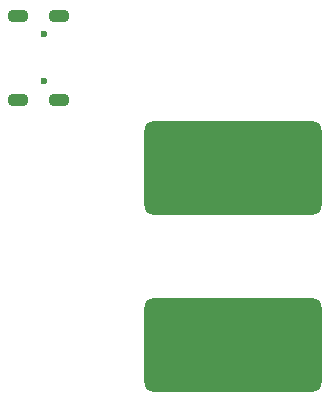
<source format=gbr>
%TF.GenerationSoftware,KiCad,Pcbnew,7.0.10*%
%TF.CreationDate,2024-01-15T16:35:47+11:00*%
%TF.ProjectId,cphp82001-pcb,63706870-3832-4303-9031-2d7063622e6b,3.1*%
%TF.SameCoordinates,Original*%
%TF.FileFunction,Soldermask,Bot*%
%TF.FilePolarity,Negative*%
%FSLAX46Y46*%
G04 Gerber Fmt 4.6, Leading zero omitted, Abs format (unit mm)*
G04 Created by KiCad (PCBNEW 7.0.10) date 2024-01-15 16:35:47*
%MOMM*%
%LPD*%
G01*
G04 APERTURE LIST*
G04 Aperture macros list*
%AMRoundRect*
0 Rectangle with rounded corners*
0 $1 Rounding radius*
0 $2 $3 $4 $5 $6 $7 $8 $9 X,Y pos of 4 corners*
0 Add a 4 corners polygon primitive as box body*
4,1,4,$2,$3,$4,$5,$6,$7,$8,$9,$2,$3,0*
0 Add four circle primitives for the rounded corners*
1,1,$1+$1,$2,$3*
1,1,$1+$1,$4,$5*
1,1,$1+$1,$6,$7*
1,1,$1+$1,$8,$9*
0 Add four rect primitives between the rounded corners*
20,1,$1+$1,$2,$3,$4,$5,0*
20,1,$1+$1,$4,$5,$6,$7,0*
20,1,$1+$1,$6,$7,$8,$9,0*
20,1,$1+$1,$8,$9,$2,$3,0*%
G04 Aperture macros list end*
%ADD10RoundRect,0.800000X-6.700000X3.200000X-6.700000X-3.200000X6.700000X-3.200000X6.700000X3.200000X0*%
%ADD11C,0.600000*%
%ADD12O,1.800000X1.100000*%
G04 APERTURE END LIST*
D10*
%TO.C,J3*%
X20500000Y-14500000D03*
%TD*%
%TO.C,J2*%
X20500000Y-29500000D03*
%TD*%
D11*
%TO.C,J1*%
X4480000Y-3175000D03*
X4480000Y-7175000D03*
D12*
X5800000Y-1600000D03*
X2330000Y-1600000D03*
X5800000Y-8750000D03*
X2330000Y-8750000D03*
%TD*%
M02*

</source>
